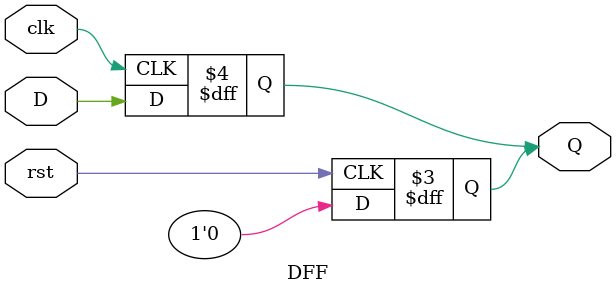
<source format=v>
module DFF (
    output reg Q, 
    input D, clk, rst
);

always @(posedge clk ) Q<=D;
always @(negedge rst) Q<=1'b0;

endmodule
</source>
